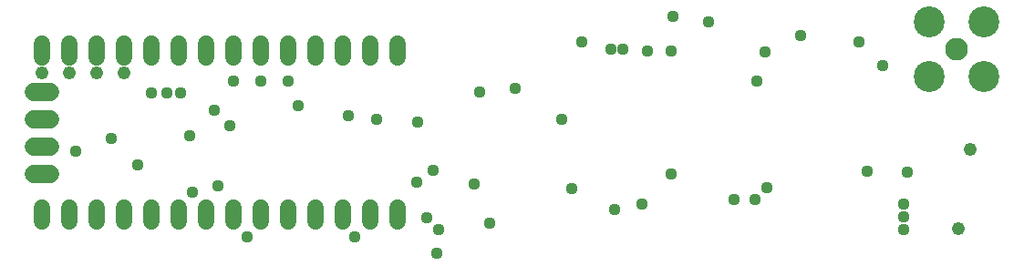
<source format=gbs>
G75*
%MOIN*%
%OFA0B0*%
%FSLAX25Y25*%
%IPPOS*%
%LPD*%
%AMOC8*
5,1,8,0,0,1.08239X$1,22.5*
%
%ADD10C,0.06800*%
%ADD11C,0.06000*%
%ADD12C,0.08300*%
%ADD13C,0.11300*%
%ADD14C,0.04369*%
%ADD15C,0.04762*%
D10*
X0015783Y0041800D02*
X0021783Y0041800D01*
X0021783Y0051800D02*
X0015783Y0051800D01*
X0015783Y0061800D02*
X0021783Y0061800D01*
X0021783Y0071800D02*
X0015783Y0071800D01*
D11*
X0018783Y0029400D02*
X0018783Y0024200D01*
X0028783Y0024200D02*
X0028783Y0029400D01*
X0038783Y0029400D02*
X0038783Y0024200D01*
X0048783Y0024200D02*
X0048783Y0029400D01*
X0058783Y0029400D02*
X0058783Y0024200D01*
X0068783Y0024200D02*
X0068783Y0029400D01*
X0078783Y0029400D02*
X0078783Y0024200D01*
X0088783Y0024200D02*
X0088783Y0029400D01*
X0098783Y0029400D02*
X0098783Y0024200D01*
X0108783Y0024200D02*
X0108783Y0029400D01*
X0118783Y0029400D02*
X0118783Y0024200D01*
X0128783Y0024200D02*
X0128783Y0029400D01*
X0138783Y0029400D02*
X0138783Y0024200D01*
X0148783Y0024200D02*
X0148783Y0029400D01*
X0148783Y0084200D02*
X0148783Y0089400D01*
X0138783Y0089400D02*
X0138783Y0084200D01*
X0128783Y0084200D02*
X0128783Y0089400D01*
X0118783Y0089400D02*
X0118783Y0084200D01*
X0108783Y0084200D02*
X0108783Y0089400D01*
X0098783Y0089400D02*
X0098783Y0084200D01*
X0088783Y0084200D02*
X0088783Y0089400D01*
X0078783Y0089400D02*
X0078783Y0084200D01*
X0068783Y0084200D02*
X0068783Y0089400D01*
X0058783Y0089400D02*
X0058783Y0084200D01*
X0048783Y0084200D02*
X0048783Y0089400D01*
X0038783Y0089400D02*
X0038783Y0084200D01*
X0028783Y0084200D02*
X0028783Y0089400D01*
X0018783Y0089400D02*
X0018783Y0084200D01*
D12*
X0353158Y0087425D03*
D13*
X0343119Y0077386D03*
X0363197Y0077386D03*
X0363197Y0097464D03*
X0343119Y0097464D03*
D14*
X0317533Y0089925D03*
X0296283Y0092425D03*
X0283158Y0086175D03*
X0248783Y0086800D03*
X0240033Y0086800D03*
X0231283Y0087425D03*
X0226908Y0087425D03*
X0216283Y0089925D03*
X0249408Y0099300D03*
X0262533Y0097425D03*
X0326283Y0081175D03*
X0280033Y0075550D03*
X0208783Y0061800D03*
X0178783Y0071800D03*
X0191908Y0073050D03*
X0156283Y0060550D03*
X0141283Y0061800D03*
X0130658Y0063050D03*
X0112533Y0066800D03*
X0087533Y0059300D03*
X0072833Y0055550D03*
X0044108Y0054800D03*
X0030983Y0050000D03*
X0053783Y0044925D03*
X0083158Y0037425D03*
X0073783Y0034925D03*
X0093783Y0018650D03*
X0133158Y0018675D03*
X0159408Y0025550D03*
X0163783Y0021175D03*
X0182533Y0023675D03*
X0163283Y0012500D03*
X0228158Y0028675D03*
X0238158Y0030550D03*
X0212533Y0036175D03*
X0176908Y0038050D03*
X0161908Y0043050D03*
X0155658Y0038675D03*
X0081908Y0064925D03*
X0069408Y0071175D03*
X0064408Y0071175D03*
X0058783Y0071175D03*
X0088783Y0075550D03*
X0098783Y0075550D03*
X0108783Y0075550D03*
X0248783Y0041800D03*
X0271908Y0032425D03*
X0279408Y0032425D03*
X0283783Y0036800D03*
X0320483Y0042500D03*
X0335033Y0042425D03*
X0333683Y0030800D03*
X0333683Y0026000D03*
X0333683Y0021200D03*
D15*
X0353783Y0021800D03*
X0358158Y0050550D03*
X0048783Y0078675D03*
X0038783Y0078675D03*
X0028783Y0078675D03*
X0018783Y0078675D03*
M02*

</source>
